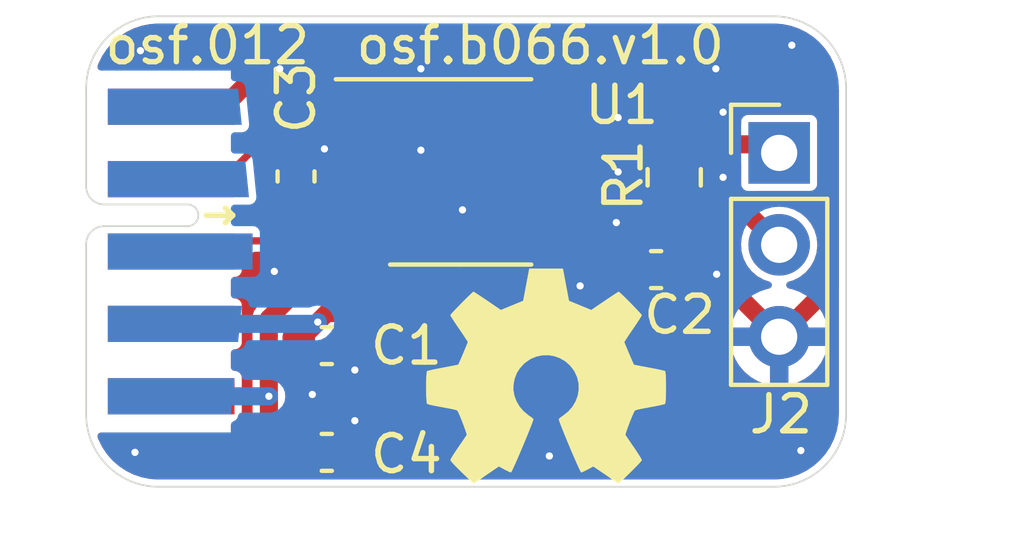
<source format=kicad_pcb>
(kicad_pcb (version 20211014) (generator pcbnew)
  (layers (0 "F.Cu" signal) (31 "B.Cu" signal) (34 "B.Paste" user) (35 "F.Paste" user) (36 "B.SilkS" user "B.Silkscreen") (37 "F.SilkS" user "F.Silkscreen") (38 "B.Mask" user) (39 "F.Mask" user) (44 "Edge.Cuts" user))
  (net 0 "")
  (net 1 "/transceiver/VIO")
  (net 2 "GND")
  (net 3 "/transceiver/VDD")
  (net 4 "/transceiver/TX")
  (net 5 "/transceiver/RX")
  (net 6 "/transceiver/CANH")
  (net 7 "/transceiver/CANL")
  (net 8 "/transceiver/STBY")
  (footprint "Symbol:OSHW-Symbol_6.7x6mm_SilkScreen" (layer "F.Cu") (at 152.7 99.95)
    (fp_text reference "LOGO1" hide)
    (fp_text value "Logo_Open_Hardware_Small" hide)
    (fp_poly (pts (xy 0.555814 -2.531069) (xy 0.639635 -2.086445) (xy 0.94892 -1.958947) (xy 1.258206 -1.831449) (xy 1.629246 -2.083754) (xy 1.733157 -2.154004) (xy 1.827087 -2.216728) (xy 1.906652 -2.269062) (xy 1.96747 -2.308143) (xy 2.005157 -2.331107) (xy 2.015421 -2.336058) (xy 2.03391 -2.323324) (xy 2.07342 -2.288118) (xy 2.129522 -2.234938) (xy 2.197787 -2.168282) (xy 2.273786 -2.092646) (xy 2.353092 -2.012528) (xy 2.431275 -1.932426) (xy 2.503907 -1.856836) (xy 2.566559 -1.790255) (xy 2.614803 -1.737182) (xy 2.64421 -1.702113) (xy 2.651241 -1.690377) (xy 2.641123 -1.66874) (xy 2.612759 -1.621338) (xy 2.569129 -1.552807) (xy 2.513218 -1.467785) (xy 2.448006 -1.370907) (xy 2.410219 -1.31565) (xy 2.341343 -1.214752) (xy 2.28014 -1.123701) (xy 2.229578 -1.04703) (xy 2.192628 -0.989272) (xy 2.172258 -0.954957) (xy 2.169197 -0.947746) (xy 2.176136 -0.927252) (xy 2.195051 -0.879487) (xy 2.223087 -0.811168) (xy 2.257391 -0.729011) (xy 2.295109 -0.63973) (xy 2.333387 -0.550042) (xy 2.36937 -0.466662) (xy 2.400206 -0.396306) (xy 2.423039 -0.34569) (xy 2.435017 -0.321529) (xy 2.435724 -0.320578) (xy 2.454531 -0.315964) (xy 2.504618 -0.305672) (xy 2.580793 -0.290713) (xy 2.677865 -0.272099) (xy 2.790643 -0.250841) (xy 2.856442 -0.238582) (xy 2.97695 -0.215638) (xy 3.085797 -0.193805) (xy 3.177476 -0.174278) (xy 3.246481 -0.158252) (xy 3.287304 -0.146921) (xy 3.295511 -0.143326) (xy 3.303548 -0.118994) (xy 3.310033 -0.064041) (xy 3.31497 0.015108) (xy 3.318364 0.112026) (xy 3.320218 0.220287) (xy 3.320538 0.333465) (xy 3.319327 0.445135) (xy 3.31659 0.548868) (xy 3.312331 0.638241) (xy 3.306555 0.706826) (xy 3.299267 0.748197) (xy 3.294895 0.75681) (xy 3.268764 0.767133) (xy 3.213393 0.781892) (xy 3.136107 0.799352) (xy 3.04423 0.81778) (xy 3.012158 0.823741) (xy 2.857524 0.852066) (xy 2.735375 0.874876) (xy 2.641673 0.89308) (xy 2.572384 0.907583) (xy 2.523471 0.919292) (xy 2.490897 0.929115) (xy 2.470628 0.937956) (xy 2.458626 0.946724) (xy 2.456947 0.948457) (xy 2.440184 0.976371) (xy 2.414614 1.030695) (xy 2.382788 1.104777) (xy 2.34726 1.191965) (xy 2.310583 1.285608) (xy 2.275311 1.379052) (xy 2.243996 1.465647) (xy 2.219193 1.53874) (xy 2.203454 1.591678) (xy 2.199332 1.617811) (xy 2.199676 1.618726) (xy 2.213641 1.640086) (xy 2.245322 1.687084) (xy 2.291391 1.754827) (xy 2.348518 1.838423) (xy 2.413373 1.932982) (xy 2.431843 1.959854) (xy 2.497699 2.057275) (xy 2.55565 2.146163) (xy 2.602538 2.221412) (xy 2.635207 2.27792) (xy 2.6505 2.310581) (xy 2.651241 2.314593) (xy 2.638392 2.335684) (xy 2.602888 2.377464) (xy 2.549293 2.435445) (xy 2.482171 2.505135) (xy 2.406087 2.582045) (xy 2.325604 2.661683) (xy 2.245287 2.739561) (xy 2.169699 2.811186) (xy 2.103405 2.87207) (xy 2.050969 2.917721) (xy 2.016955 2.94365) (xy 2.007545 2.947883) (xy 1.985643 2.937912) (xy 1.9408 2.91102) (xy 1.880321 2.871736) (xy 1.833789 2.840117) (xy 1.749475 2.782098) (xy 1.649626 2.713784) (xy 1.549473 2.645579) (xy 1.495627 2.609075) (xy 1.313371 2.4858) (xy 1.160381 2.56852) (xy 1.090682 2.604759) (xy 1.031414 2.632926) (xy 0.991311 2.648991) (xy 0.981103 2.651226) (xy 0.968829 2.634722) (xy 0.944613 2.588082) (xy 0.910263 2.515609) (xy 0.867588 2.421606) (xy 0.818394 2.310374) (xy 0.76449 2.186215) (xy 0.707684 2.053432) (xy 0.649782 1.916327) (xy 0.592593 1.779202) (xy 0.537924 1.646358) (xy 0.487584 1.522098) (xy 0.44338 1.410725) (xy 0.407119 1.316539) (xy 0.380609 1.243844) (xy 0.365658 1.196941) (xy 0.363254 1.180833) (xy 0.382311 1.160286) (xy 0.424036 1.126933) (xy 0.479706 1.087702) (xy 0.484378 1.084599) (xy 0.628264 0.969423) (xy 0.744283 0.835053) (xy 0.83143 0.685784) (xy 0.888699 0.525913) (xy 0.915086 0.359737) (xy 0.909585 0.191552) (xy 0.87119 0.025655) (xy 0.798895 -0.133658) (xy 0.777626 -0.168513) (xy 0.666996 -0.309263) (xy 0.536302 -0.422286) (xy 0.390064 -0.506997) (xy 0.232808 -0.562806) (xy 0.069057 -0.589126) (xy -0.096667 -0.58537) (xy -0.259838 -0.55095) (xy -0.415935 -0.485277) (xy -0.560433 -0.387765) (xy -0.605131 -0.348187) (xy -0.718888 -0.224297) (xy -0.801782 -0.093876) (xy -0.858644 0.052315) (xy -0.890313 0.197088) (xy -0.898131 0.35986) (xy -0.872062 0.52344) (xy -0.814755 0.682298) (xy -0.728856 0.830906) (xy -0.617014 0.963735) (xy -0.481877 1.075256) (xy -0.464117 1.087011) (xy -0.40785 1.125508) (xy -0.365077 1.158863) (xy -0.344628 1.18016) (xy -0.344331 1.180833) (xy -0.348721 1.203871) (xy -0.366124 1.256157) (xy -0.394732 1.33339) (xy -0.432735 1.431268) (xy -0.478326 1.545491) (xy -0.529697 1.671758) (xy -0.585038 1.805767) (xy -0.642542 1.943218) (xy -0.700399 2.079808) (xy -0.756802 2.211237) (xy -0.809942 2.333205) (xy -0.85801 2.441409) (xy -0.899199 2.531549) (xy -0.931699 2.599323) (xy -0.953703 2.64043) (xy -0.962564 2.651226) (xy -0.98964 2.642819) (xy -1.040303 2.620272) (xy -1.105817 2.587613) (xy -1.141841 2.56852) (xy -1.294832 2.4858) (xy -1.477088 2.609075) (xy -1.570125 2.672228) (xy -1.671985 2.741727) (xy -1.767438 2.807165) (xy -1.81525 2.840117) (xy -1.882495 2.885273) (xy -1.939436 2.921057) (xy -1.978646 2.942938) (xy -1.991381 2.947563) (xy -2.009917 2.935085) (xy -2.050941 2.900252) (xy -2.110475 2.846678) (xy -2.184542 2.777983) (xy -2.269165 2.697781) (xy -2.322685 2.646286) (xy -2.416319 2.554286) (xy -2.497241 2.471999) (xy -2.562177 2.402945) (xy -2.607858 2.350644) (xy -2.631011 2.318616) (xy -2.633232 2.312116) (xy -2.622924 2.287394) (xy -2.594439 2.237405) (xy -2.550937 2.167212) (xy -2.495577 2.081875) (xy -2.43152 1.986456) (xy -2.413303 1.959854) (xy -2.346927 1.863167) (xy -2.287378 1.776117) (xy -2.237984 1.703595) (xy -2.202075 1.650493) (xy -2.182981 1.621703) (xy -2.181136 1.618726) (xy -2.183895 1.595782) (xy -2.198538 1.545336) (xy -2.222513 1.474041) (xy -2.253266 1.388547) (xy -2.288244 1.295507) (xy -2.324893 1.201574) (xy -2.360661 1.113399) (xy -2.392994 1.037634) (xy -2.419338 0.980931) (xy -2.437142 0.949943) (xy -2.438407 0.948457) (xy -2.449294 0.939601) (xy -2.467682 0.930843) (xy -2.497606 0.921277) (xy -2.543103 0.909996) (xy -2.608209 0.896093) (xy -2.696961 0.878663) (xy -2.813393 0.856798) (xy -2.961542 0.829591) (xy -2.993618 0.823741) (xy -3.088686 0.805374) (xy -3.171565 0.787405) (xy -3.23493 0.771569) (xy -3.271458 0.7596) (xy -3.276356 0.75681) (xy -3.284427 0.732072) (xy -3.290987 0.67679) (xy -3.296033 0.597389) (xy -3.299559 0.500296) (xy -3.301561 0.391938) (xy -3.302036 0.27874) (xy -3.300977 0.167128) (xy -3.298382 0.063529) (xy -3.294246 -0.025632) (xy -3.288563 -0.093928) (xy -3.281331 -0.134934) (xy -3.276971 -0.143326) (xy -3.252698 -0.151792) (xy -3.197426 -0.165565) (xy -3.116662 -0.18345) (xy -3.015912 -0.204252) (xy -2.900683 -0.226777) (xy -2.837902 -0.238582) (xy -2.718787 -0.260849) (xy -2.612565 -0.281021) (xy -2.524427 -0.298085) (xy -2.459566 -0.311031) (xy -2.423174 -0.318845) (xy -2.417184 -0.320578) (xy -2.407061 -0.34011) (xy -2.385662 -0.387157) (xy -2.355839 -0.454997) (xy -2.320445 -0.536909) (xy -2.282332 -0.626172) (xy -2.244353 -0.716065) (xy -2.20936 -0.799865) (xy -2.180206 -0.870853) (xy -2.159743 -0.922306) (xy -2.150823 -0.947503) (xy -2.150657 -0.948604) (xy -2.160769 -0.968481) (xy -2.189117 -1.014223) (xy -2.232723 -1.081283) (xy -2.288606 -1.165116) (xy -2.353787 -1.261174) (xy -2.391679 -1.31635) (xy -2.460725 -1.417519) (xy -2.52205 -1.50937) (xy -2.572663 -1.587256) (xy -2.609571 -1.646531) (xy -2.629782 -1.682549) (xy -2.632701 -1.690623) (xy -2.620153 -1.709416) (xy -2.585463 -1.749543) (xy -2.533063 -1.806507) (xy -2.467384 -1.875815) (xy -2.392856 -1.952969) (xy -2.313913 -2.033475) (xy -2.234983 -2.112837) (xy -2.1605 -2.18656) (xy -2.094894 -2.250148) (xy -2.042596 -2.299106) (xy -2.008039 -2.328939) (xy -1.996478 -2.336058) (xy -1.977654 -2.326047) (xy -1.932631 -2.297922) (xy -1.865787 -2.254546) (xy -1.781499 -2.198782) (xy -1.684144 -2.133494) (xy -1.610707 -2.083754) (xy -1.239667 -1.831449) (xy -0.621095 -2.086445) (xy -0.537275 -2.531069) (xy -0.453454 -2.975693) (xy 0.471994 -2.975693) (xy 0.555814 -2.531069)) (layer "F.SilkS") (width 0.01) (fill solid))
  )
  (footprint "Connector_PinHeader_2.54mm:PinHeader_1x03_P2.54mm_Vertical" (layer "F.Cu") (at 159.15 93.775)
    (fp_text reference "J2" (at 0.05 7.225) (layer "F.SilkS"))
    (fp_text value "Conn_01x03_Male")
    (fp_line (start -1.33 6.41) (end 1.33 6.41) (layer "F.SilkS") (width 0.12))
    (fp_line (start -1.33 1.27) (end 1.33 1.27) (layer "F.SilkS") (width 0.12))
    (fp_line (start -1.33 0) (end -1.33 -1.33) (layer "F.SilkS") (width 0.12))
    (fp_line (start -1.33 1.27) (end -1.33 6.41) (layer "F.SilkS") (width 0.12))
    (fp_line (start 1.33 1.27) (end 1.33 6.41) (layer "F.SilkS") (width 0.12))
    (fp_line (start -1.33 -1.33) (end 0 -1.33) (layer "F.SilkS") (width 0.12))
    (pad "1" thru_hole rect (at 0 0) (size 1.7 1.7) (drill 1) (layers *.Cu *.Mask) (net 6 "/transceiver/CANH"))
    (pad "2" thru_hole oval (at 0 2.54) (size 1.7 1.7) (drill 1) (layers *.Cu *.Mask) (net 7 "/transceiver/CANL"))
    (pad "3" thru_hole oval (at 0 5.08) (size 1.7 1.7) (drill 1) (layers *.Cu *.Mask) (net 2 "GND"))
  )
  (footprint "Capacitor_SMD:C_0603_1608Metric" (layer "F.Cu") (at 146.65 102.05)
    (fp_text reference "C4" (at 2.2 0.05) (layer "F.SilkS"))
    (fp_text value "1uF")
    (fp_line (start -0.14058 0.51) (end 0.14058 0.51) (layer "F.SilkS") (width 0.12))
    (fp_line (start -0.14058 -0.51) (end 0.14058 -0.51) (layer "F.SilkS") (width 0.12))
    (pad "1" smd roundrect (at -0.775 0) (size 0.9 0.95) (layers "F.Cu" "F.Paste" "F.Mask") (net 3 "/transceiver/VDD"))
    (pad "2" smd roundrect (at 0.775 0) (size 0.9 0.95) (layers "F.Cu" "F.Paste" "F.Mask") (net 2 "GND"))
  )
  (footprint "Resistor_SMD:R_0805_2012Metric" (layer "F.Cu") (at 156.25 94.45 -90)
    (fp_text reference "R1" (at -0.05 1.4 90) (layer "F.SilkS"))
    (fp_text value "120R")
    (fp_line (start -0.227064 -0.735) (end 0.227064 -0.735) (layer "F.SilkS") (width 0.12))
    (fp_line (start -0.227064 0.735) (end 0.227064 0.735) (layer "F.SilkS") (width 0.12))
    (pad "1" smd roundrect (at -0.9125 0 270) (size 1.025 1.4) (layers "F.Cu" "F.Paste" "F.Mask") (roundrect_rratio 0.243902) (net 6 "/transceiver/CANH"))
    (pad "2" smd roundrect (at 0.9125 0 270) (size 1.025 1.4) (layers "F.Cu" "F.Paste" "F.Mask") (roundrect_rratio 0.243902) (net 7 "/transceiver/CANL"))
  )
  (footprint "on_edge:on_edge_2x05_device" (layer "F.Cu") (at 140 96.5 -90)
    (fp_text reference "J1")
    (fp_text value "012_CAN")
    (fp_line (start -1 -4.05) (end -1 -3.323) (layer "F.SilkS") (width 0.153))
    (fp_line (start -1 -4.05) (end -0.8 -3.85) (layer "F.SilkS") (width 0.153))
    (fp_line (start -1.2 -3.85) (end -1 -4.05) (layer "F.SilkS") (width 0.153))
    (fp_line (start -0.2 0) (end 4 0) (layer "Edge.Cuts") (width 0.05))
    (fp_line (start -4 0) (end -1.8 0) (layer "Edge.Cuts") (width 0.05))
    (fp_line (start -0.7 -0.5) (end -0.7 -2.8) (layer "Edge.Cuts") (width 0.05))
    (fp_line (start -1.3 -2.8) (end -1.3 -0.5) (layer "Edge.Cuts") (width 0.05))
    (fp_arc (start -0.2 0) (mid -0.553553 -0.146447) (end -0.7 -0.5) (layer "Edge.Cuts") (width 0.05))
    (fp_arc (start -1.3 -0.5) (mid -1.446447 -0.146447) (end -1.8 0) (layer "Edge.Cuts") (width 0.05))
    (fp_arc (start -1.3 -2.8) (mid -1 -3.1) (end -0.7 -2.8) (layer "Edge.Cuts") (width 0.05))
    (pad "1" smd rect (at -4 -2.35 90) (size 1 3.5) (layers "F.Cu" "F.Mask") (net 2 "GND"))
    (pad "2" smd rect (at -2 -2.35 270) (size 1 3.5) (layers "F.Cu" "F.Mask") (net 4 "/transceiver/TX"))
    (pad "3" smd rect (at 0 -2.35 270) (size 1 3.5) (layers "F.Cu" "F.Mask") (net 5 "/transceiver/RX"))
    (pad "4" smd rect (at 2 -2.35 90) (size 1 3.5) (layers "F.Cu" "F.Mask"))
    (pad "5" smd rect (at 4 -2.35 90) (size 1 3.5) (layers "F.Cu" "F.Mask"))
    (pad "6" smd custom (at -4 -2.4 270) (size 1 3.6) (layers "B.Cu" "B.Mask") (options (clearance outline) (anchor rect)) (primitives (gr_poly (pts (xy 0.5 -1.8) (xy 0.5 -1.9) (xy -0.5 -1.8)) (width 0) (fill yes))))
    (pad "7" smd custom (at -2 -2.1 270) (size 1 3) (layers "B.Cu" "B.Mask") (options (clearance outline) (anchor rect)) (primitives (gr_poly (pts (xy 0.3 -0.51) (xy 0.31 -0.62) (xy 0.33 -0.7) (xy 0.35 -0.76) (xy 0.37 -0.81) (xy 0.4 -0.86) (xy 0.44 -0.92) (xy 0.48 -0.97) (xy 0.5 -0.99) (xy 0.5 -2.4) (xy -0.5 -2.3) (xy -0.5 1.5) (xy 0.3 1.5)) (width 0) (fill yes))))
    (pad "8" smd rect (at 0 -2.6 270) (size 1 4) (layers "B.Cu" "B.Mask"))
    (pad "9" smd custom (at 2 -2.4 270) (size 1 3.6) (layers "B.Cu" "B.Mask") (net 1 "/transceiver/VIO") (options (clearance outline) (anchor rect)) (primitives (gr_poly (pts (xy -0.5 -1.8) (xy -0.5 -1.9) (xy 0.5 -1.8)) (width 0) (fill yes))))
    (pad "10" smd custom (at 4 -2.3 270) (size 1 3.4) (layers "B.Cu" "B.Mask") (net 3 "/transceiver/VDD") (options (clearance outline) (anchor rect)) (primitives (gr_poly (pts (xy -0.5 -1.7) (xy -0.5 -1.8) (xy 0.5 -1.7)) (width 0) (fill yes))))
    (zone (net 0) (net_name "") (layers F&B.Cu) (connect_pads (clearance 0)) (min_thickness 0.254)
      (keepout (tracks allowed) (vias not_allowed) (pads allowed) (copperpour not_allowed) (footprints not_allowed))
      (fill (thermal_gap 0.508) (thermal_bridge_width 0.508))
      (polygon (pts (xy 140 101.5) (xy 140 91.5) (xy 144 91.5) (xy 144 101.5)))
    )
  )
  (footprint "Capacitor_SMD:C_0603_1608Metric" (layer "F.Cu") (at 155.75 97)
    (fp_text reference "C2" (at 0.65 1.25) (layer "F.SilkS"))
    (fp_text value "1uF")
    (fp_line (start -0.14058 0.51) (end 0.14058 0.51) (layer "F.SilkS") (width 0.12))
    (fp_line (start -0.14058 -0.51) (end 0.14058 -0.51) (layer "F.SilkS") (width 0.12))
    (pad "1" smd roundrect (at -0.775 0) (size 0.9 0.95) (layers "F.Cu" "F.Paste" "F.Mask") (net 1 "/transceiver/VIO"))
    (pad "2" smd roundrect (at 0.775 0) (size 0.9 0.95) (layers "F.Cu" "F.Paste" "F.Mask") (net 2 "GND"))
  )
  (footprint "Capacitor_SMD:C_0603_1608Metric" (layer "F.Cu") (at 145.8 94.425 90)
    (fp_text reference "C3" (at 2.175 0 90) (layer "F.SilkS"))
    (fp_text value "1uF")
    (fp_line (start -0.14058 0.51) (end 0.14058 0.51) (layer "F.SilkS") (width 0.12))
    (fp_line (start -0.14058 -0.51) (end 0.14058 -0.51) (layer "F.SilkS") (width 0.12))
    (pad "1" smd roundrect (at -0.775 0 90) (size 0.9 0.95) (layers "F.Cu" "F.Paste" "F.Mask") (net 3 "/transceiver/VDD"))
    (pad "2" smd roundrect (at 0.775 0 90) (size 0.9 0.95) (layers "F.Cu" "F.Paste" "F.Mask") (net 2 "GND"))
  )
  (footprint "Package_SO:SOIC-8_3.9x4.9mm_P1.27mm" (layer "F.Cu") (at 150.35 94.3)
    (fp_text reference "U1" (at 4.45 -1.85) (layer "F.SilkS"))
    (fp_text value "TJA1441")
    (fp_line (start 0 2.56) (end -1.95 2.56) (layer "F.SilkS") (width 0.12))
    (fp_line (start 0 2.56) (end 1.95 2.56) (layer "F.SilkS") (width 0.12))
    (fp_line (start 0 -2.56) (end 1.95 -2.56) (layer "F.SilkS") (width 0.12))
    (fp_line (start 0 -2.56) (end -3.45 -2.56) (layer "F.SilkS") (width 0.12))
    (pad "1" smd roundrect (at -2.475 -1.905) (size 1.95 0.6) (layers "F.Cu" "F.Paste" "F.Mask") (net 4 "/transceiver/TX"))
    (pad "2" smd roundrect (at -2.475 -0.635) (size 1.95 0.6) (layers "F.Cu" "F.Paste" "F.Mask") (net 2 "GND"))
    (pad "3" smd roundrect (at -2.475 0.635) (size 1.95 0.6) (layers "F.Cu" "F.Paste" "F.Mask") (net 3 "/transceiver/VDD"))
    (pad "4" smd roundrect (at -2.475 1.905) (size 1.95 0.6) (layers "F.Cu" "F.Paste" "F.Mask") (net 5 "/transceiver/RX"))
    (pad "5" smd roundrect (at 2.475 1.905) (size 1.95 0.6) (layers "F.Cu" "F.Paste" "F.Mask") (net 1 "/transceiver/VIO"))
    (pad "6" smd roundrect (at 2.475 0.635) (size 1.95 0.6) (layers "F.Cu" "F.Paste" "F.Mask") (net 7 "/transceiver/CANL"))
    (pad "7" smd roundrect (at 2.475 -0.635) (size 1.95 0.6) (layers "F.Cu" "F.Paste" "F.Mask") (net 6 "/transceiver/CANH"))
    (pad "8" smd roundrect (at 2.475 -1.905) (size 1.95 0.6) (layers "F.Cu" "F.Paste" "F.Mask") (net 8 "/transceiver/STBY"))
  )
  (footprint "Capacitor_SMD:C_0603_1608Metric" (layer "F.Cu") (at 146.65 99.1)
    (fp_text reference "C1" (at 2.2 0) (layer "F.SilkS"))
    (fp_text value "1uF")
    (fp_line (start -0.14058 0.51) (end 0.14058 0.51) (layer "F.SilkS") (width 0.12))
    (fp_line (start -0.14058 -0.51) (end 0.14058 -0.51) (layer "F.SilkS") (width 0.12))
    (pad "1" smd roundrect (at -0.775 0) (size 0.9 0.95) (layers "F.Cu" "F.Paste" "F.Mask") (net 1 "/transceiver/VIO"))
    (pad "2" smd roundrect (at 0.775 0) (size 0.9 0.95) (layers "F.Cu" "F.Paste" "F.Mask") (net 2 "GND"))
  )
  (gr_line (start 140 100.5) (end 140 101) (layer "Edge.Cuts") (width 0.05))
  (gr_line (start 142 90) (end 159 90) (layer "Edge.Cuts") (width 0.05))
  (gr_arc (start 161 101) (mid 160.414214 102.414214) (end 159 103) (layer "Edge.Cuts") (width 0.05))
  (gr_line (start 140 92.5) (end 140 92) (layer "Edge.Cuts") (width 0.05))
  (gr_line (start 159 103) (end 142 103) (layer "Edge.Cuts") (width 0.05))
  (gr_arc (start 159 90) (mid 160.414214 90.585786) (end 161 92) (layer "Edge.Cuts") (width 0.05))
  (gr_arc (start 142 103) (mid 140.585786 102.414214) (end 140 101) (layer "Edge.Cuts") (width 0.05))
  (gr_line (start 161 101) (end 161 92) (layer "Edge.Cuts") (width 0.05))
  (gr_arc (start 140 92) (mid 140.585786 90.585786) (end 142 90) (layer "Edge.Cuts") (width 0.05))
  (gr_text "osf.012" (at 143.35 90.8) (layer "F.SilkS") (effects (font (size 1 1))))
  (gr_text "osf.b066.v1.0" (at 152.55 90.8) (layer "F.SilkS") (effects (font (size 1 1))))
  (segment (start 154.9 97) (end 154.105 96.205) (width 0.5) (layer "F.Cu") (net 1))
  (segment (start 146.65 98.2) (end 148.6 98.2) (width 0.5) (layer "F.Cu") (net 1))
  (segment (start 148.6 98.2) (end 150.595 96.205) (width 0.5) (layer "F.Cu") (net 1))
  (segment (start 154.975 97) (end 154.9 97) (width 0.5) (layer "F.Cu") (net 1))
  (segment (start 154.105 96.205) (end 152.775 96.205) (width 0.5) (layer "F.Cu") (net 1))
  (segment (start 150.595 96.205) (end 152.775 96.205) (width 0.5) (layer "F.Cu") (net 1))
  (segment (start 145.875 99.1) (end 145.875 98.975) (width 0.5) (layer "F.Cu") (net 1))
  (segment (start 146.4 98.45) (end 145.875 98.975) (width 0.5) (layer "F.Cu") (net 1))
  (segment (start 145.875 98.975) (end 146.65 98.2) (width 0.5) (layer "F.Cu") (net 1))
  (via (at 146.4 98.45) (size 0.5) (drill 0.2) (layers "F.Cu" "B.Cu") (net 1))
  (segment (start 146.4 98.45) (end 146.35 98.5) (width 0.5) (layer "B.Cu") (net 1))
  (segment (start 146.35 98.5) (end 142.4 98.5) (width 0.5) (layer "B.Cu") (net 1))
  (segment (start 144.85 91.45) (end 145.35 91.45) (width 0.5) (layer "F.Cu") (net 2))
  (segment (start 143.8 92.5) (end 144.85 91.45) (width 0.5) (layer "F.Cu") (net 2))
  (segment (start 156.525 97) (end 157.295 97) (width 0.5) (layer "F.Cu") (net 2))
  (segment (start 149.215 93.665) (end 149.25 93.7) (width 0.5) (layer "F.Cu") (net 2))
  (segment (start 146.585 93.665) (end 145.815 93.665) (width 0.5) (layer "F.Cu") (net 2))
  (segment (start 147.825 93.665) (end 146.585 93.665) (width 0.5) (layer "F.Cu") (net 2))
  (segment (start 147.825 93.665) (end 149.215 93.665) (width 0.5) (layer "F.Cu") (net 2))
  (segment (start 157.295 97) (end 157.4225 97.1275) (width 0.5) (layer "F.Cu") (net 2))
  (segment (start 145.815 93.665) (end 145.8 93.65) (width 0.5) (layer "F.Cu") (net 2))
  (segment (start 145.35 91.45) (end 149.25 91.45) (width 0.5) (layer "F.Cu") (net 2))
  (segment (start 157.4225 97.1275) (end 159.15 98.855) (width 0.5) (layer "F.Cu") (net 2))
  (segment (start 147.425 99.775) (end 147.425 99.1) (width 0.5) (layer "F.Cu") (net 2))
  (segment (start 147.425 102.05) (end 147.425 101.175) (width 0.5) (layer "F.Cu") (net 2))
  (segment (start 149.25 91.45) (end 157.4 91.45) (width 0.5) (layer "F.Cu") (net 2))
  (segment (start 160.55 97.455) (end 159.15 98.855) (width 0.5) (layer "F.Cu") (net 2))
  (segment (start 142.35 92.5) (end 143.8 92.5) (width 0.5) (layer "F.Cu") (net 2))
  (segment (start 159.4 91.45) (end 160.55 92.6) (width 0.5) (layer "F.Cu") (net 2))
  (segment (start 157.4 91.45) (end 159.4 91.45) (width 0.5) (layer "F.Cu") (net 2))
  (segment (start 160.55 92.6) (end 160.55 97.455) (width 0.5) (layer "F.Cu") (net 2))
  (segment (start 147.425 101.175) (end 147.425 99.775) (width 0.5) (layer "F.Cu") (net 2))
  (via (at 147.425 101.175) (size 0.5) (drill 0.2) (layers "F.Cu" "B.Cu") (net 2))
  (via (at 145.35 91.45) (size 0.5) (drill 0.2) (layers "F.Cu" "B.Cu") (net 2))
  (via (at 145.2 97.05) (size 0.5) (drill 0.2) (layers "F.Cu" "B.Cu") (net 2))
  (via (at 154.65 95.7) (size 0.5) (drill 0.2) (layers "F.Cu" "B.Cu") (net 2))
  (via (at 141.5 90.95) (size 0.5) (drill 0.2) (layers "F.Cu" "B.Cu") (net 2))
  (via (at 157.4225 97.1275) (size 0.5) (drill 0.2) (layers "F.Cu" "B.Cu") (net 2))
  (via (at 141.35 102.05) (size 0.5) (drill 0.2) (layers "F.Cu" "B.Cu") (net 2))
  (via (at 149.25 91.45) (size 0.5) (drill 0.2) (layers "F.Cu" "B.Cu") (net 2))
  (via (at 154.7 92.8) (size 0.5) (drill 0.2) (layers "F.Cu" "B.Cu") (net 2))
  (via (at 146.585 93.665) (size 0.5) (drill 0.2) (layers "F.Cu" "B.Cu") (net 2))
  (via (at 147.425 99.775) (size 0.5) (drill 0.2) (layers "F.Cu" "B.Cu") (net 2))
  (via (at 149.25 93.7) (size 0.5) (drill 0.2) (layers "F.Cu" "B.Cu") (net 2))
  (via (at 157.6 92.65) (size 0.5) (drill 0.2) (layers "F.Cu" "B.Cu") (net 2))
  (via (at 146.25 100.45) (size 0.5) (drill 0.2) (layers "F.Cu" "B.Cu") (net 2))
  (via (at 150.4 95.35) (size 0.5) (drill 0.2) (layers "F.Cu" "B.Cu") (net 2))
  (via (at 159.75 102) (size 0.5) (drill 0.2) (layers "F.Cu" "B.Cu") (net 2))
  (via (at 154.7 94.3) (size 0.5) (drill 0.2) (layers "F.Cu" "B.Cu") (net 2))
  (via (at 157.4 91.45) (size 0.5) (drill 0.2) (layers "F.Cu" "B.Cu") (net 2))
  (via (at 153.65 97.45) (size 0.5) (drill 0.2) (layers "F.Cu" "B.Cu") (net 2))
  (via (at 159.5 90.8) (size 0.5) (drill 0.2) (layers "F.Cu" "B.Cu") (net 2))
  (via (at 152.8 102.15) (size 0.5) (drill 0.2) (layers "F.Cu" "B.Cu") (net 2))
  (via (at 157.6 94.45) (size 0.5) (drill 0.2) (layers "F.Cu" "B.Cu") (net 2))
  (segment (start 149.25 93.7) (end 149.25 91.45) (width 0.5) (layer "B.Cu") (net 2))
  (segment (start 149.25 97.95) (end 147.425 99.775) (width 0.5) (layer "B.Cu") (net 2))
  (segment (start 149.25 93.7) (end 149.25 97.95) (width 0.5) (layer "B.Cu") (net 2))
  (segment (start 146.065 94.935) (end 145.8 95.2) (width 0.5) (layer "F.Cu") (net 3))
  (segment (start 145.05 100.5) (end 145.048 100.498) (width 0.5) (layer "F.Cu") (net 3))
  (segment (start 149.227 95.377) (end 148.785 94.935) (width 0.5) (layer "F.Cu") (net 3))
  (segment (start 145.048 100.498) (end 145.048 98.352) (width 0.5) (layer "F.Cu") (net 3))
  (segment (start 149.227 96.573) (end 149.227 95.377) (width 0.5) (layer "F.Cu") (net 3))
  (segment (start 145.048 98.352) (end 145.95 97.45) (width 0.5) (layer "F.Cu") (net 3))
  (segment (start 148.35 97.45) (end 149.227 96.573) (width 0.5) (layer "F.Cu") (net 3))
  (segment (start 145.05 101.225) (end 145.875 102.05) (width 0.5) (layer "F.Cu") (net 3))
  (segment (start 145.05 100.5) (end 145.05 101.225) (width 0.5) (layer "F.Cu") (net 3))
  (segment (start 145.95 97.45) (end 148.35 97.45) (width 0.5) (layer "F.Cu") (net 3))
  (segment (start 148.785 94.935) (end 146.065 94.935) (width 0.5) (layer "F.Cu") (net 3))
  (via (at 145.05 100.5) (size 0.5) (drill 0.2) (layers "F.Cu" "B.Cu") (net 3))
  (segment (start 145.05 100.5) (end 142.3 100.5) (width 0.5) (layer "B.Cu") (net 3))
  (segment (start 143.8 94.5) (end 145.905 92.395) (width 0.2) (layer "F.Cu") (net 4))
  (segment (start 145.905 92.395) (end 147.825 92.395) (width 0.2) (layer "F.Cu") (net 4))
  (segment (start 142.35 94.5) (end 143.8 94.5) (width 0.2) (layer "F.Cu") (net 4))
  (segment (start 144.495 96.205) (end 147.825 96.205) (width 0.2) (layer "F.Cu") (net 5))
  (segment (start 144.2 96.5) (end 144.495 96.205) (width 0.2) (layer "F.Cu") (net 5))
  (segment (start 142.35 96.5) (end 144.2 96.5) (width 0.2) (layer "F.Cu") (net 5))
  (segment (start 156.1225 93.665) (end 156.25 93.5375) (width 0.5) (layer "F.Cu") (net 6))
  (segment (start 158.9125 93.5375) (end 159.15 93.775) (width 0.5) (layer "F.Cu") (net 6))
  (segment (start 156.25 93.5375) (end 158.9125 93.5375) (width 0.5) (layer "F.Cu") (net 6))
  (segment (start 152.775 93.665) (end 156.1225 93.665) (width 0.5) (layer "F.Cu") (net 6))
  (segment (start 156.25 95.3625) (end 158.1975 95.3625) (width 0.5) (layer "F.Cu") (net 7))
  (segment (start 152.775 94.935) (end 155.8225 94.935) (width 0.5) (layer "F.Cu") (net 7))
  (segment (start 158.1975 95.3625) (end 159.15 96.315) (width 0.5) (layer "F.Cu") (net 7))
  (segment (start 155.8225 94.935) (end 156.25 95.3625) (width 0.5) (layer "F.Cu") (net 7))
  (zone (net 2) (net_name "GND") (layers F&B.Cu) (connect_pads (clearance 0.2)) (min_thickness 0.2) (fill yes (thermal_gap 0.508) (thermal_bridge_width 0.508))
    (polygon (pts (xy 161.45 103.5) (xy 139.15 103.3) (xy 139.1 89.75) (xy 161.45 89.55)))
  )
)
</source>
